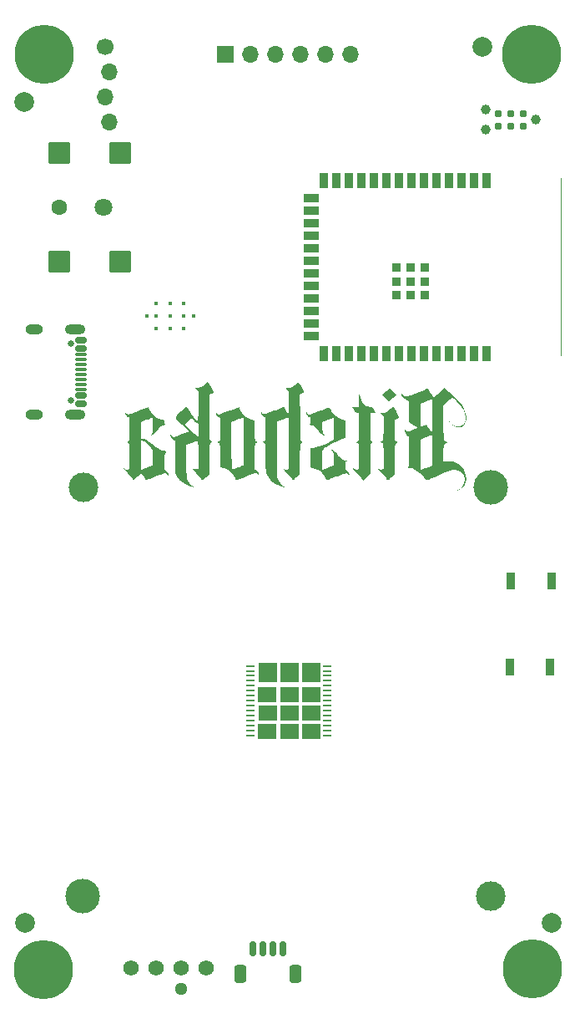
<source format=gbr>
%TF.GenerationSoftware,KiCad,Pcbnew,8.0.7*%
%TF.CreationDate,2025-01-16T15:43:03+03:00*%
%TF.ProjectId,bitshoka,62697473-686f-46b6-912e-6b696361645f,rev?*%
%TF.SameCoordinates,Original*%
%TF.FileFunction,Soldermask,Bot*%
%TF.FilePolarity,Negative*%
%FSLAX46Y46*%
G04 Gerber Fmt 4.6, Leading zero omitted, Abs format (unit mm)*
G04 Created by KiCad (PCBNEW 8.0.7) date 2025-01-16 15:43:03*
%MOMM*%
%LPD*%
G01*
G04 APERTURE LIST*
G04 Aperture macros list*
%AMRoundRect*
0 Rectangle with rounded corners*
0 $1 Rounding radius*
0 $2 $3 $4 $5 $6 $7 $8 $9 X,Y pos of 4 corners*
0 Add a 4 corners polygon primitive as box body*
4,1,4,$2,$3,$4,$5,$6,$7,$8,$9,$2,$3,0*
0 Add four circle primitives for the rounded corners*
1,1,$1+$1,$2,$3*
1,1,$1+$1,$4,$5*
1,1,$1+$1,$6,$7*
1,1,$1+$1,$8,$9*
0 Add four rect primitives between the rounded corners*
20,1,$1+$1,$2,$3,$4,$5,0*
20,1,$1+$1,$4,$5,$6,$7,0*
20,1,$1+$1,$6,$7,$8,$9,0*
20,1,$1+$1,$8,$9,$2,$3,0*%
G04 Aperture macros list end*
%ADD10C,0.000000*%
%ADD11C,0.120000*%
%ADD12C,3.000000*%
%ADD13C,0.800000*%
%ADD14C,6.000000*%
%ADD15R,1.700000X1.700000*%
%ADD16O,1.700000X1.700000*%
%ADD17C,3.500000*%
%ADD18C,0.400000*%
%ADD19C,1.295400*%
%ADD20C,1.574800*%
%ADD21C,1.700000*%
%ADD22C,2.000000*%
%ADD23C,0.650000*%
%ADD24RoundRect,0.150000X0.425000X-0.150000X0.425000X0.150000X-0.425000X0.150000X-0.425000X-0.150000X0*%
%ADD25RoundRect,0.075000X0.500000X-0.075000X0.500000X0.075000X-0.500000X0.075000X-0.500000X-0.075000X0*%
%ADD26O,1.800000X1.000000*%
%ADD27O,2.100000X1.000000*%
%ADD28R,0.900000X1.500000*%
%ADD29R,1.500000X0.900000*%
%ADD30R,0.900000X0.900000*%
%ADD31C,0.990600*%
%ADD32C,0.787400*%
%ADD33RoundRect,0.055250X0.340750X0.055250X-0.340750X0.055250X-0.340750X-0.055250X0.340750X-0.055250X0*%
%ADD34C,1.600000*%
%ADD35C,1.800000*%
%ADD36RoundRect,0.102000X1.000000X-1.000000X1.000000X1.000000X-1.000000X1.000000X-1.000000X-1.000000X0*%
%ADD37R,0.900000X1.800000*%
%ADD38RoundRect,0.150000X-0.150000X-0.625000X0.150000X-0.625000X0.150000X0.625000X-0.150000X0.625000X0*%
%ADD39RoundRect,0.250000X-0.350000X-0.650000X0.350000X-0.650000X0.350000X0.650000X-0.350000X0.650000X0*%
G04 APERTURE END LIST*
D10*
%TO.C,G\u002A\u002A\u002A*%
G36*
X121859114Y-88107759D02*
G01*
X121843473Y-88123399D01*
X121827833Y-88107759D01*
X121843473Y-88092118D01*
X121859114Y-88107759D01*
G37*
G36*
X116157828Y-85222108D02*
G01*
X116493743Y-85558022D01*
X116150534Y-85902299D01*
X115807325Y-86246575D01*
X115470355Y-85910649D01*
X115133384Y-85574723D01*
X115477649Y-85230458D01*
X115821913Y-84886193D01*
X116157828Y-85222108D01*
G37*
G36*
X116493589Y-87277487D02*
G01*
X116518227Y-87315204D01*
X116633855Y-87493653D01*
X116716622Y-87629059D01*
X116767441Y-87729471D01*
X116787226Y-87802935D01*
X116776891Y-87857499D01*
X116737350Y-87901210D01*
X116669515Y-87942116D01*
X116574303Y-87988265D01*
X116388116Y-88076478D01*
X116386546Y-89082883D01*
X116384976Y-90089289D01*
X116464551Y-90183859D01*
X116476737Y-90197778D01*
X116545541Y-90261774D01*
X116605315Y-90297850D01*
X116657092Y-90325023D01*
X116653787Y-90360176D01*
X116588229Y-90401238D01*
X116580484Y-90405102D01*
X116510169Y-90460906D01*
X116447582Y-90539202D01*
X116443008Y-90546849D01*
X116429174Y-90573666D01*
X116417712Y-90606248D01*
X116408381Y-90650275D01*
X116400940Y-90711426D01*
X116395147Y-90795381D01*
X116390763Y-90907820D01*
X116387546Y-91054423D01*
X116385256Y-91240868D01*
X116383650Y-91472837D01*
X116382489Y-91756007D01*
X116381530Y-92096059D01*
X116377851Y-93550616D01*
X116023025Y-93886884D01*
X115950416Y-93955368D01*
X115836360Y-94061504D01*
X115743155Y-94146411D01*
X115678912Y-94202743D01*
X115651745Y-94223153D01*
X115636755Y-94207514D01*
X115600459Y-94149250D01*
X115553974Y-94062683D01*
X115549430Y-94054047D01*
X115483779Y-93955807D01*
X115375520Y-93822106D01*
X115228858Y-93657886D01*
X115047998Y-93468091D01*
X115031749Y-93451456D01*
X114903402Y-93318325D01*
X114793571Y-93201386D01*
X114708654Y-93107682D01*
X114655050Y-93044255D01*
X114639160Y-93018148D01*
X114641725Y-93016720D01*
X114679665Y-93028926D01*
X114740495Y-93069591D01*
X114764635Y-93086430D01*
X114886781Y-93130401D01*
X115021724Y-93129211D01*
X115143975Y-93082072D01*
X115227586Y-93027288D01*
X115227586Y-91839123D01*
X115227585Y-91797507D01*
X115227307Y-91480980D01*
X115225981Y-91220278D01*
X115222801Y-91009381D01*
X115216960Y-90842266D01*
X115207651Y-90712914D01*
X115194069Y-90615303D01*
X115175406Y-90543412D01*
X115150855Y-90491221D01*
X115119611Y-90452709D01*
X115080867Y-90421855D01*
X115033815Y-90392637D01*
X115030476Y-90390662D01*
X114971245Y-90352009D01*
X114961428Y-90329663D01*
X114995220Y-90311410D01*
X115000165Y-90309376D01*
X115064398Y-90267801D01*
X115133744Y-90204506D01*
X115211946Y-90120396D01*
X115220846Y-88932823D01*
X115229746Y-87745250D01*
X115087902Y-87603407D01*
X115020020Y-87532948D01*
X114966547Y-87471894D01*
X114946059Y-87440573D01*
X114959110Y-87432410D01*
X115018962Y-87423175D01*
X115110941Y-87419582D01*
X115296850Y-87391812D01*
X115501715Y-87308835D01*
X115716327Y-87173937D01*
X115934365Y-86990412D01*
X116163756Y-86772513D01*
X116493589Y-87277487D01*
G37*
G36*
X112816570Y-85667944D02*
G01*
X112866136Y-85804747D01*
X112973858Y-86057869D01*
X113090631Y-86270538D01*
X113224207Y-86457779D01*
X113353859Y-86599453D01*
X113501318Y-86707834D01*
X113669377Y-86773404D01*
X113876055Y-86805782D01*
X114113853Y-86825247D01*
X114276279Y-87106774D01*
X114438704Y-87388301D01*
X114160609Y-87397295D01*
X113882513Y-87406289D01*
X113882513Y-88736102D01*
X113882577Y-89025503D01*
X113883209Y-89316908D01*
X113885092Y-89556254D01*
X113888914Y-89749248D01*
X113895358Y-89901596D01*
X113905111Y-90019004D01*
X113918858Y-90107178D01*
X113937284Y-90171826D01*
X113961076Y-90218652D01*
X113990917Y-90253364D01*
X114027495Y-90281668D01*
X114071495Y-90309270D01*
X114163597Y-90365281D01*
X114084547Y-90407587D01*
X114079455Y-90410444D01*
X114007726Y-90469671D01*
X113944005Y-90549390D01*
X113940100Y-90555821D01*
X113926353Y-90582048D01*
X113914985Y-90614076D01*
X113905769Y-90657582D01*
X113898480Y-90718242D01*
X113892893Y-90801731D01*
X113888783Y-90913725D01*
X113885926Y-91059901D01*
X113884095Y-91245934D01*
X113883066Y-91477501D01*
X113882613Y-91760277D01*
X113882513Y-92099939D01*
X113882513Y-93550991D01*
X113504112Y-93905451D01*
X113125711Y-94259910D01*
X113051238Y-94099169D01*
X113040907Y-94078426D01*
X112978454Y-93981083D01*
X112878797Y-93855956D01*
X112738412Y-93698843D01*
X112553777Y-93505539D01*
X112451821Y-93400454D01*
X112305554Y-93245691D01*
X112204715Y-93132503D01*
X112148927Y-93060371D01*
X112137812Y-93028775D01*
X112170992Y-93037198D01*
X112248091Y-93085119D01*
X112292799Y-93111404D01*
X112424891Y-93150097D01*
X112555131Y-93139277D01*
X112664990Y-93079207D01*
X112667013Y-93077351D01*
X112682089Y-93060309D01*
X112694310Y-93036011D01*
X112703973Y-92998312D01*
X112711378Y-92941067D01*
X112716823Y-92858130D01*
X112720608Y-92743357D01*
X112723032Y-92590603D01*
X112724393Y-92393722D01*
X112724991Y-92146570D01*
X112725123Y-91843001D01*
X112724727Y-91631972D01*
X112722825Y-91352048D01*
X112719472Y-91106447D01*
X112714808Y-90900815D01*
X112708970Y-90740800D01*
X112702096Y-90632048D01*
X112694324Y-90580206D01*
X112688240Y-90566902D01*
X112632805Y-90496387D01*
X112553538Y-90434304D01*
X112443553Y-90369411D01*
X112544781Y-90301193D01*
X112581934Y-90275819D01*
X112617687Y-90247403D01*
X112646888Y-90214103D01*
X112670200Y-90170154D01*
X112688292Y-90109786D01*
X112701828Y-90027231D01*
X112711474Y-89916723D01*
X112717896Y-89772493D01*
X112721760Y-89588772D01*
X112723732Y-89359794D01*
X112724477Y-89079791D01*
X112724662Y-88742993D01*
X112725123Y-87407538D01*
X112593126Y-87397919D01*
X112560542Y-87394973D01*
X112507735Y-87383758D01*
X112459235Y-87357993D01*
X112404304Y-87309015D01*
X112332204Y-87228163D01*
X112232196Y-87106774D01*
X112003263Y-86825247D01*
X112364193Y-86816434D01*
X112725123Y-86807621D01*
X112727478Y-86112616D01*
X112729833Y-85417611D01*
X112816570Y-85667944D01*
G37*
G36*
X102359820Y-90317351D02*
G01*
X102444266Y-90368568D01*
X102349381Y-90417635D01*
X102335102Y-90425103D01*
X102290598Y-90451211D01*
X102253968Y-90481737D01*
X102224444Y-90522495D01*
X102201262Y-90579300D01*
X102183656Y-90657966D01*
X102170859Y-90764306D01*
X102162106Y-90904136D01*
X102156631Y-91083270D01*
X102153668Y-91307522D01*
X102152452Y-91582707D01*
X102152217Y-91914638D01*
X102152217Y-93147038D01*
X102259557Y-93185853D01*
X102309110Y-93208503D01*
X102428650Y-93300528D01*
X102528278Y-93427289D01*
X102590888Y-93569003D01*
X102592258Y-93574143D01*
X102610172Y-93663637D01*
X102608261Y-93710234D01*
X102589210Y-93707752D01*
X102555704Y-93650008D01*
X102550505Y-93639962D01*
X102491278Y-93572281D01*
X102408394Y-93516824D01*
X102379474Y-93503418D01*
X102345453Y-93491104D01*
X102307912Y-93485319D01*
X102260772Y-93487874D01*
X102197951Y-93500583D01*
X102113369Y-93525257D01*
X102000946Y-93563710D01*
X101854601Y-93617753D01*
X101668254Y-93689199D01*
X101435824Y-93779860D01*
X101151232Y-93891549D01*
X101112521Y-93906741D01*
X100900388Y-93989617D01*
X100708046Y-94064140D01*
X100543174Y-94127383D01*
X100413449Y-94176414D01*
X100326548Y-94208305D01*
X100290151Y-94220126D01*
X100289157Y-94220128D01*
X100260658Y-94192339D01*
X100218268Y-94121761D01*
X100170777Y-94022913D01*
X100151745Y-93980853D01*
X100003921Y-93722671D01*
X99817791Y-93488216D01*
X99608159Y-93296604D01*
X99582007Y-93276971D01*
X99432841Y-93173437D01*
X99290932Y-93093970D01*
X99138884Y-93031195D01*
X98959302Y-92977734D01*
X98734791Y-92926210D01*
X98648769Y-92908168D01*
X98648769Y-91758335D01*
X98648771Y-91706568D01*
X98648693Y-91406077D01*
X98647806Y-91160897D01*
X98645207Y-90964751D01*
X98639990Y-90811359D01*
X98631253Y-90694443D01*
X98618091Y-90607724D01*
X98599600Y-90544923D01*
X98574877Y-90499762D01*
X98543017Y-90465962D01*
X98503117Y-90437243D01*
X98454273Y-90407328D01*
X98448784Y-90403984D01*
X98393228Y-90366787D01*
X98387010Y-90346484D01*
X98425269Y-90330134D01*
X98435148Y-90326305D01*
X98500924Y-90282373D01*
X98569193Y-90215140D01*
X98648769Y-90120570D01*
X98648451Y-89004681D01*
X98648257Y-88325715D01*
X99806158Y-88325715D01*
X99806158Y-90742661D01*
X99806172Y-90825816D01*
X99806591Y-91204906D01*
X99807562Y-91564283D01*
X99809038Y-91899186D01*
X99810972Y-92204854D01*
X99813319Y-92476526D01*
X99816031Y-92709442D01*
X99819064Y-92898839D01*
X99822370Y-93039958D01*
X99825904Y-93128038D01*
X99829618Y-93158317D01*
X99837280Y-93156520D01*
X99893178Y-93137587D01*
X99991896Y-93101488D01*
X100122300Y-93052525D01*
X100273256Y-92995001D01*
X100433627Y-92933219D01*
X100592280Y-92871483D01*
X100738079Y-92814095D01*
X100859890Y-92765359D01*
X100946578Y-92729576D01*
X100987008Y-92711051D01*
X100990717Y-92706017D01*
X100997785Y-92676905D01*
X101003917Y-92619819D01*
X101009167Y-92531303D01*
X101013591Y-92407895D01*
X101017246Y-92246139D01*
X101020185Y-92042575D01*
X101022466Y-91793744D01*
X101024143Y-91496189D01*
X101025272Y-91146448D01*
X101025909Y-90741065D01*
X101026109Y-90276581D01*
X101026025Y-89957882D01*
X101025567Y-89537084D01*
X101024661Y-89173045D01*
X101023249Y-88862306D01*
X101021277Y-88601408D01*
X101018686Y-88386890D01*
X101015421Y-88215294D01*
X101011426Y-88083158D01*
X101006643Y-87987024D01*
X101001017Y-87923432D01*
X100994491Y-87888922D01*
X100987008Y-87880035D01*
X100985565Y-87880544D01*
X100940277Y-87897308D01*
X100847087Y-87932251D01*
X100715688Y-87981723D01*
X100555773Y-88042077D01*
X100377032Y-88109662D01*
X99806158Y-88325715D01*
X98648257Y-88325715D01*
X98648132Y-87888793D01*
X98526089Y-87837554D01*
X98468717Y-87806759D01*
X98355574Y-87703822D01*
X98268740Y-87567116D01*
X98222276Y-87416146D01*
X98204945Y-87294458D01*
X98268779Y-87394125D01*
X98309625Y-87450212D01*
X98411217Y-87533444D01*
X98531146Y-87560345D01*
X98554605Y-87555752D01*
X98634296Y-87531460D01*
X98759945Y-87488657D01*
X98924084Y-87430029D01*
X99119246Y-87358257D01*
X99337963Y-87276026D01*
X99572768Y-87186019D01*
X99733039Y-87124415D01*
X99952652Y-87041409D01*
X100148726Y-86968953D01*
X100314327Y-86909520D01*
X100442518Y-86865586D01*
X100526368Y-86839624D01*
X100558940Y-86834110D01*
X100572918Y-86858779D01*
X100605230Y-86928909D01*
X100644964Y-87023673D01*
X100708610Y-87159584D01*
X100871515Y-87405853D01*
X101080467Y-87628330D01*
X101325235Y-87818382D01*
X101595586Y-87967378D01*
X101881287Y-88066684D01*
X102152217Y-88133569D01*
X102152217Y-89072672D01*
X102152335Y-89271313D01*
X102153108Y-89500726D01*
X102154985Y-89680504D01*
X102158400Y-89818187D01*
X102163790Y-89921309D01*
X102171589Y-89997410D01*
X102182233Y-90054026D01*
X102196156Y-90098695D01*
X102213795Y-90138954D01*
X102228947Y-90167384D01*
X102292764Y-90256477D01*
X102314910Y-90276581D01*
X102359820Y-90317351D01*
G37*
G36*
X106870320Y-84730453D02*
G01*
X106969368Y-84884541D01*
X107057111Y-85024926D01*
X107126465Y-85140053D01*
X107172035Y-85220963D01*
X107188424Y-85258694D01*
X107186943Y-85271800D01*
X107149915Y-85329408D01*
X107060202Y-85396955D01*
X106913925Y-85477535D01*
X106748908Y-85560232D01*
X106757521Y-87820738D01*
X106758918Y-88176004D01*
X106760615Y-88559928D01*
X106762402Y-88889269D01*
X106764402Y-89168429D01*
X106766739Y-89401809D01*
X106769535Y-89593810D01*
X106772914Y-89748835D01*
X106776999Y-89871284D01*
X106781913Y-89965558D01*
X106787780Y-90036060D01*
X106794722Y-90087191D01*
X106802864Y-90123352D01*
X106812327Y-90148945D01*
X106823236Y-90168371D01*
X106889347Y-90239621D01*
X106977312Y-90296273D01*
X107074287Y-90337048D01*
X106978155Y-90386759D01*
X106968450Y-90392167D01*
X106885667Y-90465946D01*
X106816258Y-90572324D01*
X106810964Y-90583389D01*
X106796327Y-90617231D01*
X106784264Y-90654771D01*
X106774526Y-90701895D01*
X106766864Y-90764488D01*
X106761030Y-90848438D01*
X106756775Y-90959631D01*
X106753851Y-91103953D01*
X106752009Y-91287291D01*
X106751001Y-91515531D01*
X106750579Y-91794560D01*
X106750493Y-92130264D01*
X106750493Y-93552352D01*
X106393146Y-93887752D01*
X106319334Y-93956725D01*
X106204889Y-94062344D01*
X106111543Y-94146818D01*
X106047401Y-94202853D01*
X106020567Y-94223153D01*
X106009956Y-94212862D01*
X105977679Y-94160453D01*
X105935336Y-94078555D01*
X105909614Y-94035136D01*
X105835729Y-93935515D01*
X105726926Y-93804954D01*
X105589560Y-93650968D01*
X105429988Y-93481072D01*
X105338515Y-93385389D01*
X105191323Y-93228087D01*
X105089003Y-93113211D01*
X105031231Y-93040327D01*
X105017680Y-93008998D01*
X105048024Y-93018790D01*
X105121938Y-93069265D01*
X105136164Y-93079260D01*
X105265127Y-93132397D01*
X105399981Y-93131575D01*
X105522523Y-93076467D01*
X105608744Y-93012096D01*
X105616745Y-90426984D01*
X105617411Y-90202072D01*
X105618409Y-89815832D01*
X105619171Y-89450702D01*
X105619696Y-89111288D01*
X105619984Y-88802195D01*
X105620036Y-88528028D01*
X105619851Y-88293395D01*
X105619430Y-88102900D01*
X105618771Y-87961149D01*
X105617877Y-87872748D01*
X105616745Y-87842302D01*
X105614569Y-87842943D01*
X105571909Y-87858528D01*
X105481743Y-87892440D01*
X105352892Y-87941333D01*
X105194174Y-88001865D01*
X105014409Y-88070691D01*
X104420074Y-88298651D01*
X104420074Y-91065397D01*
X104420076Y-91159169D01*
X104420162Y-91629409D01*
X104420437Y-92041948D01*
X104420980Y-92400886D01*
X104421871Y-92710323D01*
X104423188Y-92974361D01*
X104425011Y-93197098D01*
X104427419Y-93382637D01*
X104430493Y-93535076D01*
X104434311Y-93658518D01*
X104438953Y-93757061D01*
X104444498Y-93834807D01*
X104451026Y-93895857D01*
X104458616Y-93944310D01*
X104467347Y-93984266D01*
X104477299Y-94019828D01*
X104479568Y-94027218D01*
X104586345Y-94298488D01*
X104724714Y-94529442D01*
X104889861Y-94713463D01*
X105076971Y-94843935D01*
X105089154Y-94850289D01*
X105151152Y-94886826D01*
X105161601Y-94904656D01*
X105118458Y-94903800D01*
X105019678Y-94884277D01*
X104863217Y-94846111D01*
X104807718Y-94831063D01*
X104531001Y-94733044D01*
X104259728Y-94602528D01*
X104022318Y-94452806D01*
X103933958Y-94383765D01*
X103720882Y-94179631D01*
X103538739Y-93950017D01*
X103397432Y-93708543D01*
X103306865Y-93468827D01*
X103301429Y-93439775D01*
X103291398Y-93336186D01*
X103282275Y-93172158D01*
X103274105Y-92949096D01*
X103266938Y-92668403D01*
X103260818Y-92331482D01*
X103255793Y-91939738D01*
X103240961Y-90547826D01*
X103121593Y-90434274D01*
X103002224Y-90320722D01*
X103080382Y-90278893D01*
X103103994Y-90265825D01*
X103141700Y-90240281D01*
X103172126Y-90207823D01*
X103196053Y-90162267D01*
X103214260Y-90097431D01*
X103227526Y-90007132D01*
X103236632Y-89885187D01*
X103242357Y-89725413D01*
X103245481Y-89521626D01*
X103246784Y-89267644D01*
X103247045Y-88957285D01*
X103247045Y-87848654D01*
X103173925Y-87830303D01*
X103119891Y-87810582D01*
X103004959Y-87730087D01*
X102906112Y-87613135D01*
X102836661Y-87477606D01*
X102809917Y-87341380D01*
X102809881Y-87322984D01*
X102813964Y-87289316D01*
X102831552Y-87302332D01*
X102871806Y-87365620D01*
X102909001Y-87416199D01*
X103021166Y-87499638D01*
X103158711Y-87529064D01*
X103173034Y-87525830D01*
X103239861Y-87504249D01*
X103351896Y-87465129D01*
X103500604Y-87411667D01*
X103677446Y-87347061D01*
X103873888Y-87274509D01*
X104081392Y-87197210D01*
X104291423Y-87118361D01*
X104495444Y-87041160D01*
X104684917Y-86968806D01*
X104851308Y-86904497D01*
X104986080Y-86851430D01*
X105080695Y-86812803D01*
X105126619Y-86791815D01*
X105135681Y-86797712D01*
X105169171Y-86845692D01*
X105219060Y-86931646D01*
X105278341Y-87043934D01*
X105302706Y-87090684D01*
X105378347Y-87223751D01*
X105454108Y-87342539D01*
X105516739Y-87425821D01*
X105621780Y-87544705D01*
X105623082Y-86369738D01*
X105624385Y-85194770D01*
X105533632Y-85127674D01*
X105451929Y-85054981D01*
X105377887Y-84969304D01*
X105312894Y-84878031D01*
X105445179Y-84892612D01*
X105546658Y-84893252D01*
X105736010Y-84847910D01*
X105945877Y-84744390D01*
X106175613Y-84583041D01*
X106424569Y-84364213D01*
X106552217Y-84241951D01*
X106870320Y-84730453D01*
G37*
G36*
X109763539Y-86855282D02*
G01*
X109775467Y-86867171D01*
X109794276Y-86919485D01*
X109901787Y-87152708D01*
X110045770Y-87367745D01*
X110237938Y-87582717D01*
X110271095Y-87615559D01*
X110468115Y-87789006D01*
X110662839Y-87917001D01*
X110874076Y-88010116D01*
X111120630Y-88078923D01*
X111348769Y-88129679D01*
X111348769Y-89049322D01*
X111348769Y-89968966D01*
X111256100Y-89968966D01*
X111200905Y-89975114D01*
X111096192Y-89999509D01*
X110982393Y-90036130D01*
X110942439Y-90051856D01*
X110822839Y-90104292D01*
X110668686Y-90176788D01*
X110489068Y-90264612D01*
X110293070Y-90363031D01*
X110089779Y-90467314D01*
X109888279Y-90572728D01*
X109697658Y-90674539D01*
X109527001Y-90768017D01*
X109385394Y-90848428D01*
X109281924Y-90911040D01*
X109225676Y-90951120D01*
X109178658Y-90995519D01*
X109128365Y-91049931D01*
X109088778Y-91107751D01*
X109058611Y-91176372D01*
X109036577Y-91263189D01*
X109021391Y-91375596D01*
X109011765Y-91520987D01*
X109006416Y-91706755D01*
X109004055Y-91940296D01*
X109003397Y-92229003D01*
X109003435Y-92309926D01*
X109004640Y-92537559D01*
X109007318Y-92741022D01*
X109011261Y-92912636D01*
X109016260Y-93044723D01*
X109022108Y-93129606D01*
X109028597Y-93159606D01*
X109062757Y-93150843D01*
X109139645Y-93124123D01*
X109239743Y-93085711D01*
X109341415Y-93045560D01*
X109483366Y-92990049D01*
X109646166Y-92926758D01*
X109810964Y-92863036D01*
X110196928Y-92714258D01*
X110186333Y-92100171D01*
X110183802Y-91975264D01*
X110175936Y-91753039D01*
X110162814Y-91581084D01*
X110142198Y-91451073D01*
X110111852Y-91354682D01*
X110069535Y-91283583D01*
X110013012Y-91229452D01*
X109940042Y-91183962D01*
X109916953Y-91170884D01*
X109878263Y-91139044D01*
X109893294Y-91125413D01*
X109957025Y-91131075D01*
X110064435Y-91157113D01*
X110106370Y-91171951D01*
X110179720Y-91212542D01*
X110261709Y-91278131D01*
X110359226Y-91375225D01*
X110479159Y-91510333D01*
X110628397Y-91689962D01*
X110700382Y-91776825D01*
X110837233Y-91929228D01*
X110957196Y-92039652D01*
X111070983Y-92115923D01*
X111189305Y-92165865D01*
X111322874Y-92197305D01*
X111521496Y-92231327D01*
X111435132Y-92317691D01*
X111402687Y-92351763D01*
X111376838Y-92389615D01*
X111360936Y-92438398D01*
X111352567Y-92511019D01*
X111349316Y-92620385D01*
X111348769Y-92779405D01*
X111348769Y-93154754D01*
X111457228Y-93190549D01*
X111519239Y-93216920D01*
X111644671Y-93317091D01*
X111738906Y-93466623D01*
X111798013Y-93660099D01*
X111818630Y-93769582D01*
X111757418Y-93669915D01*
X111745905Y-93651820D01*
X111660319Y-93557182D01*
X111554861Y-93513355D01*
X111414168Y-93513330D01*
X111360120Y-93527007D01*
X111258418Y-93559392D01*
X111118003Y-93607184D01*
X110947758Y-93667093D01*
X110756566Y-93735825D01*
X110553310Y-93810089D01*
X110346874Y-93886592D01*
X110146140Y-93962043D01*
X109959992Y-94033150D01*
X109797313Y-94096620D01*
X109666985Y-94149162D01*
X109577892Y-94187484D01*
X109538917Y-94208293D01*
X109538553Y-94208654D01*
X109502900Y-94222731D01*
X109462224Y-94192976D01*
X109412061Y-94114070D01*
X109347948Y-93980693D01*
X109347206Y-93979034D01*
X109282867Y-93848769D01*
X109210683Y-93735656D01*
X109117008Y-93620923D01*
X108988195Y-93485796D01*
X108870193Y-93374579D01*
X108613104Y-93181638D01*
X108343833Y-93046305D01*
X108056466Y-92965277D01*
X107845320Y-92926373D01*
X107845320Y-91951806D01*
X107845320Y-90977239D01*
X108056466Y-90954786D01*
X108341123Y-90909002D01*
X108668648Y-90821813D01*
X109022383Y-90693565D01*
X109407469Y-90522375D01*
X109829044Y-90306364D01*
X109863958Y-90287659D01*
X109951319Y-90241338D01*
X110021715Y-90200251D01*
X110076915Y-90157620D01*
X110118691Y-90106665D01*
X110148813Y-90040608D01*
X110169053Y-89952669D01*
X110181180Y-89836068D01*
X110186965Y-89684028D01*
X110188180Y-89489767D01*
X110186594Y-89246508D01*
X110183979Y-88947471D01*
X110175739Y-87879459D01*
X109597045Y-88105471D01*
X109018350Y-88331483D01*
X109021385Y-88813956D01*
X109022435Y-88915622D01*
X109028984Y-89125577D01*
X109042978Y-89286012D01*
X109066672Y-89406096D01*
X109102319Y-89494996D01*
X109152171Y-89561879D01*
X109218481Y-89615913D01*
X109324769Y-89687439D01*
X109240695Y-89687439D01*
X109169530Y-89679796D01*
X109063043Y-89638642D01*
X108947764Y-89557336D01*
X108816932Y-89430798D01*
X108663786Y-89253946D01*
X108556390Y-89126204D01*
X108446791Y-89002292D01*
X108350255Y-88899307D01*
X108279608Y-88831355D01*
X108267731Y-88821409D01*
X108107811Y-88718321D01*
X107929631Y-88649160D01*
X107758238Y-88623892D01*
X107651020Y-88623892D01*
X107748170Y-88533140D01*
X107752758Y-88528848D01*
X107797097Y-88483978D01*
X107824392Y-88440398D01*
X107838773Y-88382144D01*
X107844372Y-88293256D01*
X107845320Y-88157770D01*
X107844708Y-88046312D01*
X107840821Y-87952824D01*
X107831084Y-87900682D01*
X107812944Y-87878065D01*
X107783847Y-87873153D01*
X107742580Y-87866178D01*
X107651768Y-87814534D01*
X107561431Y-87725274D01*
X107483180Y-87613575D01*
X107428624Y-87494616D01*
X107409372Y-87383573D01*
X107411439Y-87335139D01*
X107419184Y-87320707D01*
X107438047Y-87360520D01*
X107443185Y-87372424D01*
X107521841Y-87475157D01*
X107636102Y-87538608D01*
X107767118Y-87551820D01*
X107788972Y-87547434D01*
X107873596Y-87522679D01*
X108004317Y-87479214D01*
X108172973Y-87419937D01*
X108371399Y-87347748D01*
X108591432Y-87265544D01*
X108824910Y-87176224D01*
X108895711Y-87148847D01*
X109143818Y-87053502D01*
X109341002Y-86979064D01*
X109492989Y-86923669D01*
X109605509Y-86885456D01*
X109684288Y-86862562D01*
X109735056Y-86853125D01*
X109763539Y-86855282D01*
G37*
G36*
X97565609Y-88861412D02*
G01*
X97567629Y-89144816D01*
X97569974Y-89381994D01*
X97572765Y-89577339D01*
X97576126Y-89735243D01*
X97580177Y-89860101D01*
X97585042Y-89956306D01*
X97590842Y-90028251D01*
X97597700Y-90080329D01*
X97605738Y-90116935D01*
X97615078Y-90142460D01*
X97625843Y-90161300D01*
X97692373Y-90232180D01*
X97778996Y-90291077D01*
X97875887Y-90338003D01*
X97777770Y-90388741D01*
X97744582Y-90405772D01*
X97703500Y-90428787D01*
X97669376Y-90455029D01*
X97641497Y-90489892D01*
X97619150Y-90538768D01*
X97601622Y-90607052D01*
X97588199Y-90700138D01*
X97578168Y-90823417D01*
X97570817Y-90982285D01*
X97565432Y-91182134D01*
X97561300Y-91428358D01*
X97557707Y-91726350D01*
X97553941Y-92081504D01*
X97538301Y-93555646D01*
X97189961Y-93889400D01*
X97121863Y-93954345D01*
X97008733Y-94060791D01*
X96916160Y-94146033D01*
X96852273Y-94202633D01*
X96825202Y-94223153D01*
X96813492Y-94211904D01*
X96780212Y-94158251D01*
X96737200Y-94075281D01*
X96721674Y-94047347D01*
X96653463Y-93950968D01*
X96547975Y-93822140D01*
X96411308Y-93668102D01*
X96249557Y-93496097D01*
X96240760Y-93486971D01*
X96112076Y-93351864D01*
X96000284Y-93231599D01*
X95912108Y-93133635D01*
X95854271Y-93065433D01*
X95833498Y-93034453D01*
X95835771Y-93029466D01*
X95870948Y-93033816D01*
X95935160Y-93066107D01*
X95958571Y-93079331D01*
X96094314Y-93122491D01*
X96229872Y-93117169D01*
X96345412Y-93063493D01*
X96427833Y-92998661D01*
X96427833Y-91589950D01*
X96427579Y-91283378D01*
X96426597Y-90988763D01*
X96424757Y-90748362D01*
X96421936Y-90557727D01*
X96418007Y-90412412D01*
X96412847Y-90307973D01*
X96406331Y-90239962D01*
X96398334Y-90203934D01*
X96388732Y-90195442D01*
X96387191Y-90196006D01*
X96341611Y-90213034D01*
X96248146Y-90248150D01*
X96116480Y-90297709D01*
X95956298Y-90358065D01*
X95777284Y-90425575D01*
X95204938Y-90641503D01*
X95216844Y-92236823D01*
X95216883Y-92242113D01*
X95219730Y-92614459D01*
X95222651Y-92930188D01*
X95226231Y-93195165D01*
X95231056Y-93415255D01*
X95237711Y-93596322D01*
X95246781Y-93744233D01*
X95258851Y-93864852D01*
X95274506Y-93964044D01*
X95294330Y-94047675D01*
X95318910Y-94121609D01*
X95348830Y-94191711D01*
X95384675Y-94263848D01*
X95427030Y-94343883D01*
X95499060Y-94465936D01*
X95659960Y-94663722D01*
X95852627Y-94811604D01*
X96083744Y-94915397D01*
X96111033Y-94925127D01*
X96126824Y-94935558D01*
X96096774Y-94934680D01*
X96031044Y-94924401D01*
X95939794Y-94906626D01*
X95833185Y-94883260D01*
X95721378Y-94856210D01*
X95614532Y-94827382D01*
X95460009Y-94778447D01*
X95141260Y-94642045D01*
X94858177Y-94464766D01*
X94597251Y-94238793D01*
X94518236Y-94156772D01*
X94409933Y-94033645D01*
X94319757Y-93918998D01*
X94261634Y-93829801D01*
X94241281Y-93790966D01*
X94205639Y-93718970D01*
X94175741Y-93648561D01*
X94151083Y-93573908D01*
X94131160Y-93489177D01*
X94115469Y-93388539D01*
X94103505Y-93266162D01*
X94094765Y-93116213D01*
X94088744Y-92932861D01*
X94084938Y-92710274D01*
X94082844Y-92442621D01*
X94081957Y-92124070D01*
X94081774Y-91748790D01*
X94081774Y-90194713D01*
X94000314Y-90174268D01*
X93933603Y-90151040D01*
X93845402Y-90105696D01*
X93804346Y-90068116D01*
X93738162Y-89976520D01*
X93676268Y-89862427D01*
X93630496Y-89748608D01*
X93612679Y-89657836D01*
X93612828Y-89636121D01*
X93617353Y-89603369D01*
X93635270Y-89617330D01*
X93675925Y-89681501D01*
X93702978Y-89719221D01*
X93799253Y-89802284D01*
X93913026Y-89851024D01*
X94022104Y-89854359D01*
X94049909Y-89845743D01*
X94133688Y-89815873D01*
X94260447Y-89768585D01*
X94421171Y-89707295D01*
X94606848Y-89635418D01*
X94808461Y-89556371D01*
X95519508Y-89275868D01*
X94862747Y-88629252D01*
X94791990Y-88559588D01*
X95151005Y-88559588D01*
X95178963Y-88657165D01*
X95254831Y-88764498D01*
X95377141Y-88889779D01*
X95435658Y-88945046D01*
X95560072Y-89062557D01*
X95707835Y-89202126D01*
X95865197Y-89350765D01*
X96018409Y-89495488D01*
X96427833Y-89882232D01*
X96427833Y-89209945D01*
X96427833Y-88537658D01*
X96263609Y-88410454D01*
X96165622Y-88329660D01*
X96042069Y-88219199D01*
X95930514Y-88111614D01*
X95761643Y-87939977D01*
X95513595Y-88128800D01*
X95369278Y-88243497D01*
X95244694Y-88360944D01*
X95172426Y-88463578D01*
X95151005Y-88559588D01*
X94791990Y-88559588D01*
X94205987Y-87982636D01*
X94206442Y-87824924D01*
X94208605Y-87753071D01*
X94223753Y-87680878D01*
X94263606Y-87618385D01*
X94339840Y-87540714D01*
X94345116Y-87535711D01*
X94432413Y-87455902D01*
X94544176Y-87357695D01*
X94671444Y-87248518D01*
X94805253Y-87135800D01*
X94936643Y-87026968D01*
X95056651Y-86929452D01*
X95156314Y-86850678D01*
X95226672Y-86798075D01*
X95258761Y-86779072D01*
X95274472Y-86792052D01*
X95317775Y-86849015D01*
X95378575Y-86940861D01*
X95448997Y-87056122D01*
X95491796Y-87126812D01*
X95594026Y-87285236D01*
X95710123Y-87454360D01*
X95833999Y-87626351D01*
X95959569Y-87793376D01*
X96080745Y-87947599D01*
X96191440Y-88081187D01*
X96285568Y-88186307D01*
X96357041Y-88255123D01*
X96399773Y-88279803D01*
X96405197Y-88254297D01*
X96410652Y-88171074D01*
X96415519Y-88034945D01*
X96419707Y-87850957D01*
X96423125Y-87624153D01*
X96425679Y-87359577D01*
X96427279Y-87062274D01*
X96427833Y-86737287D01*
X96427833Y-85194770D01*
X96337080Y-85127674D01*
X96255707Y-85055627D01*
X96184115Y-84973208D01*
X96121902Y-84885838D01*
X96298986Y-84885838D01*
X96445274Y-84869724D01*
X96656394Y-84795569D01*
X96881058Y-84660995D01*
X97119713Y-84465776D01*
X97358022Y-84247032D01*
X97692913Y-84749628D01*
X98027804Y-85252225D01*
X97961683Y-85322607D01*
X97919018Y-85359427D01*
X97828626Y-85420796D01*
X97723775Y-85479905D01*
X97551989Y-85566821D01*
X97560785Y-87822635D01*
X97562052Y-88138348D01*
X97563790Y-88527387D01*
X97563846Y-88537658D01*
X97565609Y-88861412D01*
G37*
G36*
X92875233Y-91236781D02*
G01*
X93013194Y-91251905D01*
X93078377Y-91256057D01*
X93166251Y-91271047D01*
X93202011Y-91282746D01*
X93213362Y-91301974D01*
X93190652Y-91340868D01*
X93130402Y-91413215D01*
X93090767Y-91462844D01*
X93046432Y-91533612D01*
X93012801Y-91614924D01*
X92988458Y-91715444D01*
X92971989Y-91843833D01*
X92961977Y-92008756D01*
X92957007Y-92218876D01*
X92955665Y-92482855D01*
X92955665Y-93154754D01*
X93063584Y-93190371D01*
X93116989Y-93213829D01*
X93232840Y-93301820D01*
X93330347Y-93423043D01*
X93391715Y-93557581D01*
X93417421Y-93663854D01*
X93421950Y-93722037D01*
X93403977Y-93724556D01*
X93363872Y-93669915D01*
X93351420Y-93650263D01*
X93266327Y-93556400D01*
X93161301Y-93513361D01*
X93021065Y-93514209D01*
X93009081Y-93516266D01*
X92929792Y-93537771D01*
X92803439Y-93578656D01*
X92638733Y-93635841D01*
X92444385Y-93706250D01*
X92229104Y-93786805D01*
X92001601Y-93874428D01*
X91923968Y-93904714D01*
X91708084Y-93988463D01*
X91512885Y-94063512D01*
X91345877Y-94127019D01*
X91214567Y-94176144D01*
X91126460Y-94208043D01*
X91089064Y-94219876D01*
X91080815Y-94218082D01*
X91047155Y-94179483D01*
X91015211Y-94105850D01*
X90952237Y-93952266D01*
X90844247Y-93765029D01*
X90715907Y-93598134D01*
X90610448Y-93481404D01*
X90244142Y-93852279D01*
X90153239Y-93943732D01*
X90041111Y-94054764D01*
X89949881Y-94143015D01*
X89887153Y-94201159D01*
X89860531Y-94221871D01*
X89846101Y-94206173D01*
X89811449Y-94147213D01*
X89767652Y-94059710D01*
X89766891Y-94058100D01*
X89707548Y-93960463D01*
X89606604Y-93830883D01*
X89461854Y-93666719D01*
X89271092Y-93465331D01*
X89185938Y-93377051D01*
X89043033Y-93225035D01*
X88942916Y-93112331D01*
X88886123Y-93039669D01*
X88873191Y-93007783D01*
X88904655Y-93017405D01*
X88981051Y-93069265D01*
X89107100Y-93128369D01*
X89243547Y-93134791D01*
X89369958Y-93086939D01*
X89452217Y-93033041D01*
X89452217Y-91840964D01*
X89452216Y-91800898D01*
X89452032Y-91502530D01*
X89451327Y-91259598D01*
X89449797Y-91065744D01*
X89447136Y-90914611D01*
X89443042Y-90799840D01*
X89437210Y-90715075D01*
X89429337Y-90653956D01*
X89419117Y-90610126D01*
X89406247Y-90577228D01*
X89390424Y-90548903D01*
X89385933Y-90541873D01*
X89318633Y-90463835D01*
X89244299Y-90410496D01*
X89159967Y-90372071D01*
X89255520Y-90313962D01*
X89255959Y-90313695D01*
X89305843Y-90283104D01*
X89346471Y-90253744D01*
X89378791Y-90219234D01*
X89378803Y-90219212D01*
X90609606Y-90219212D01*
X90609606Y-91689409D01*
X90610058Y-91976221D01*
X90611412Y-92253465D01*
X90613573Y-92504762D01*
X90616444Y-92724008D01*
X90619926Y-92905102D01*
X90623922Y-93041942D01*
X90628335Y-93128424D01*
X90633067Y-93158448D01*
X90648713Y-93154419D01*
X90713683Y-93132178D01*
X90814779Y-93094931D01*
X90938054Y-93047740D01*
X90973786Y-93033844D01*
X91149255Y-92965753D01*
X91339406Y-92892148D01*
X91508929Y-92826701D01*
X91798276Y-92715211D01*
X91798276Y-91971326D01*
X91798276Y-91227442D01*
X91672877Y-90976901D01*
X91573769Y-90807811D01*
X91422488Y-90616420D01*
X91249847Y-90454176D01*
X91065698Y-90328767D01*
X90879891Y-90247882D01*
X90702275Y-90219212D01*
X90609606Y-90219212D01*
X89378803Y-90219212D01*
X89403754Y-90173197D01*
X89422308Y-90109252D01*
X89435402Y-90021021D01*
X89443987Y-89902125D01*
X89449012Y-89746183D01*
X89451425Y-89546819D01*
X89452177Y-89297651D01*
X89452217Y-88992301D01*
X89452217Y-88984577D01*
X89452099Y-88692024D01*
X89451534Y-88455859D01*
X89450199Y-88270056D01*
X89447769Y-88128585D01*
X89443921Y-88025418D01*
X89438330Y-87954527D01*
X89430671Y-87909883D01*
X89420622Y-87885459D01*
X89407858Y-87875225D01*
X89392055Y-87873153D01*
X89349093Y-87865257D01*
X89259785Y-87812162D01*
X89170389Y-87721732D01*
X89092235Y-87608910D01*
X89036653Y-87488637D01*
X89014973Y-87375855D01*
X89014986Y-87357850D01*
X89020294Y-87328167D01*
X89040755Y-87343109D01*
X89085635Y-87406722D01*
X89103573Y-87431823D01*
X89200680Y-87521299D01*
X89318176Y-87555154D01*
X89464984Y-87536441D01*
X89476867Y-87532997D01*
X89554785Y-87506861D01*
X89679957Y-87461975D01*
X89843738Y-87401550D01*
X90037488Y-87328797D01*
X90252564Y-87246928D01*
X90480323Y-87159154D01*
X91359223Y-86818360D01*
X91489338Y-87087690D01*
X91539016Y-87185499D01*
X91623788Y-87325159D01*
X91725346Y-87455093D01*
X91860595Y-87598564D01*
X92033361Y-87756448D01*
X92239783Y-87900045D01*
X92463435Y-88003657D01*
X92723768Y-88078087D01*
X92948148Y-88128007D01*
X92963096Y-88283569D01*
X92966053Y-88310066D01*
X92997726Y-88432996D01*
X93062204Y-88526976D01*
X93146364Y-88614821D01*
X92990592Y-88633269D01*
X92946475Y-88639038D01*
X92856217Y-88656523D01*
X92773331Y-88684554D01*
X92691028Y-88728478D01*
X92602521Y-88793643D01*
X92501020Y-88885397D01*
X92379737Y-89009088D01*
X92231882Y-89170062D01*
X92050668Y-89373668D01*
X91912585Y-89517508D01*
X91787803Y-89616470D01*
X91672283Y-89670523D01*
X91556855Y-89685456D01*
X91513964Y-89683616D01*
X91495963Y-89675987D01*
X91532389Y-89657596D01*
X91614023Y-89605182D01*
X91704417Y-89496843D01*
X91766346Y-89358990D01*
X91770039Y-89343354D01*
X91781859Y-89257449D01*
X91793590Y-89123887D01*
X91804477Y-88953941D01*
X91813761Y-88758888D01*
X91820684Y-88550000D01*
X91825441Y-88361378D01*
X91829167Y-88184117D01*
X91830227Y-88055735D01*
X91828157Y-87968754D01*
X91822488Y-87915694D01*
X91812756Y-87889077D01*
X91798494Y-87881426D01*
X91779235Y-87885261D01*
X91733785Y-87901841D01*
X91639839Y-87937614D01*
X91508122Y-87988466D01*
X91348955Y-88050410D01*
X91172660Y-88119461D01*
X90625247Y-88334533D01*
X90616936Y-89176292D01*
X90608625Y-90018051D01*
X90788980Y-90025039D01*
X90893564Y-90035934D01*
X91025170Y-90070776D01*
X91166598Y-90133394D01*
X91326113Y-90228231D01*
X91511980Y-90359732D01*
X91732466Y-90532340D01*
X91870365Y-90642484D01*
X92130229Y-90839985D01*
X92355583Y-90995320D01*
X92551492Y-91111334D01*
X92723020Y-91190873D01*
X92844269Y-91227442D01*
X92875233Y-91236781D01*
G37*
G36*
X121311700Y-88375021D02*
G01*
X121311586Y-88724317D01*
X121311628Y-89052152D01*
X121312526Y-89327033D01*
X121314982Y-89553985D01*
X121319698Y-89738033D01*
X121327377Y-89884202D01*
X121338721Y-89997517D01*
X121354432Y-90083003D01*
X121375212Y-90145684D01*
X121401763Y-90190585D01*
X121434789Y-90222732D01*
X121474990Y-90247148D01*
X121523070Y-90268859D01*
X121579730Y-90292889D01*
X121639415Y-90320346D01*
X121706439Y-90355454D01*
X121732516Y-90375616D01*
X121720306Y-90387087D01*
X121664839Y-90418303D01*
X121579730Y-90458343D01*
X121553217Y-90470053D01*
X121482361Y-90504177D01*
X121426903Y-90540898D01*
X121384844Y-90587711D01*
X121354189Y-90652112D01*
X121332938Y-90741595D01*
X121324245Y-90818236D01*
X121319094Y-90863655D01*
X121310660Y-91025789D01*
X121305638Y-91235491D01*
X121302029Y-91500256D01*
X121292358Y-92299384D01*
X121739960Y-92300656D01*
X121877468Y-92301544D01*
X122026805Y-92305293D01*
X122141126Y-92313790D01*
X122236469Y-92329051D01*
X122328872Y-92353092D01*
X122434372Y-92387929D01*
X122607226Y-92453489D01*
X122802112Y-92548177D01*
X122967863Y-92659575D01*
X123123703Y-92799152D01*
X123237209Y-92928735D01*
X123393334Y-93175064D01*
X123510908Y-93455348D01*
X123585040Y-93756856D01*
X123610838Y-94066856D01*
X123609541Y-94129152D01*
X123569956Y-94406330D01*
X123477635Y-94656718D01*
X123335956Y-94874828D01*
X123148296Y-95055174D01*
X122918033Y-95192271D01*
X122877084Y-95209622D01*
X122784818Y-95240749D01*
X122719335Y-95252262D01*
X122705881Y-95248573D01*
X122725080Y-95230660D01*
X122790239Y-95203248D01*
X122818006Y-95192440D01*
X122968359Y-95105006D01*
X123116719Y-94977015D01*
X123246449Y-94824744D01*
X123340915Y-94664467D01*
X123394927Y-94515724D01*
X123441776Y-94273427D01*
X123447034Y-94026816D01*
X123408838Y-93799612D01*
X123401210Y-93774777D01*
X123308832Y-93586186D01*
X123169204Y-93431673D01*
X122988413Y-93313564D01*
X122772546Y-93234187D01*
X122527693Y-93195869D01*
X122259939Y-93200936D01*
X121975373Y-93251715D01*
X121949946Y-93258620D01*
X121820999Y-93300256D01*
X121658474Y-93360059D01*
X121480612Y-93431090D01*
X121305652Y-93506413D01*
X121271715Y-93521645D01*
X120931908Y-93673762D01*
X120624895Y-93810483D01*
X120354125Y-93930301D01*
X120123045Y-94031712D01*
X119935104Y-94113208D01*
X119793749Y-94173285D01*
X119702430Y-94210435D01*
X119664594Y-94223153D01*
X119653905Y-94217590D01*
X119604064Y-94176814D01*
X119523053Y-94102937D01*
X119419220Y-94003680D01*
X119300912Y-93886763D01*
X119202157Y-93789414D01*
X118901033Y-93516334D01*
X118618865Y-93298925D01*
X118352634Y-93135254D01*
X118099321Y-93023386D01*
X117855905Y-92961388D01*
X117643699Y-92927974D01*
X117706162Y-92843488D01*
X117717994Y-92825800D01*
X117763352Y-92730194D01*
X117794896Y-92623036D01*
X117797757Y-92600398D01*
X117803248Y-92511874D01*
X117808316Y-92371763D01*
X117812827Y-92187379D01*
X117816641Y-91966037D01*
X117819621Y-91715053D01*
X117820212Y-91634668D01*
X118950002Y-91634668D01*
X118950020Y-91695939D01*
X118950651Y-91997795D01*
X118952118Y-92278581D01*
X118954331Y-92532368D01*
X118957201Y-92753231D01*
X118960638Y-92935241D01*
X118964554Y-93072472D01*
X118968858Y-93158996D01*
X118973461Y-93188886D01*
X118975327Y-93188512D01*
X119018656Y-93173814D01*
X119109577Y-93140326D01*
X119238863Y-93091528D01*
X119397285Y-93030899D01*
X119575616Y-92961915D01*
X120154311Y-92736946D01*
X120162423Y-91180912D01*
X120162721Y-91120233D01*
X120163658Y-90818236D01*
X120163638Y-90537212D01*
X120162722Y-90283101D01*
X120160969Y-90061844D01*
X120158439Y-89879383D01*
X120155191Y-89741657D01*
X120151286Y-89654609D01*
X120146782Y-89624179D01*
X120144300Y-89624546D01*
X120099099Y-89639121D01*
X120006555Y-89672456D01*
X119875833Y-89721146D01*
X119716099Y-89781784D01*
X119536517Y-89850964D01*
X118950004Y-90078448D01*
X118950002Y-91634668D01*
X117820212Y-91634668D01*
X117821630Y-91441740D01*
X117822530Y-91153413D01*
X117823892Y-89819757D01*
X117737870Y-89765189D01*
X117713623Y-89749462D01*
X117539189Y-89606676D01*
X117422738Y-89445727D01*
X117361158Y-89260825D01*
X117351336Y-89046182D01*
X117357426Y-88952340D01*
X117400058Y-89071882D01*
X117430311Y-89141556D01*
X117512706Y-89243142D01*
X117631630Y-89300410D01*
X117646533Y-89301860D01*
X117723430Y-89289885D01*
X117845804Y-89256691D01*
X118004987Y-89205186D01*
X118192312Y-89138276D01*
X118399111Y-89058872D01*
X118616716Y-88969882D01*
X118737004Y-88919162D01*
X118611903Y-88842600D01*
X118949257Y-88842600D01*
X119160605Y-88763048D01*
X119275139Y-88713844D01*
X119381684Y-88656918D01*
X119452252Y-88606566D01*
X119532551Y-88529635D01*
X119582194Y-88633738D01*
X119583501Y-88636414D01*
X119624066Y-88703197D01*
X119694258Y-88804258D01*
X119784570Y-88926353D01*
X119885492Y-89056236D01*
X119903457Y-89078737D01*
X119997150Y-89194464D01*
X120075386Y-89288456D01*
X120130430Y-89351562D01*
X120154549Y-89374631D01*
X120156121Y-89365836D01*
X120158938Y-89304398D01*
X120161547Y-89189147D01*
X120163898Y-89025787D01*
X120165939Y-88820017D01*
X120167616Y-88577539D01*
X120168879Y-88304054D01*
X120169674Y-88005264D01*
X120169951Y-87686870D01*
X120169951Y-85999109D01*
X119974446Y-86073501D01*
X119966725Y-86076438D01*
X119857185Y-86118091D01*
X119709321Y-86174288D01*
X119541550Y-86238029D01*
X119372291Y-86302316D01*
X118965641Y-86456739D01*
X118957449Y-87649669D01*
X118949257Y-88842600D01*
X118611903Y-88842600D01*
X118280448Y-88639749D01*
X117823892Y-88360337D01*
X117823892Y-87288197D01*
X117823892Y-86216058D01*
X117612747Y-86109061D01*
X117567235Y-86085118D01*
X117356363Y-85946134D01*
X117192406Y-85787164D01*
X117080570Y-85614205D01*
X117026058Y-85433251D01*
X117007505Y-85292488D01*
X117079430Y-85431391D01*
X117123485Y-85503003D01*
X117239200Y-85613307D01*
X117393075Y-85677413D01*
X117589286Y-85697502D01*
X117648664Y-85694843D01*
X117715582Y-85685631D01*
X117795490Y-85667483D01*
X117895901Y-85638009D01*
X118024327Y-85594816D01*
X118188283Y-85535515D01*
X118395280Y-85457713D01*
X118652833Y-85359021D01*
X118857105Y-85279399D01*
X119093021Y-85184698D01*
X119290947Y-85101910D01*
X119445646Y-85033297D01*
X119551879Y-84981125D01*
X119604408Y-84947659D01*
X119680121Y-84873754D01*
X119799260Y-85118591D01*
X119921836Y-85329870D01*
X120133963Y-85593551D01*
X120349525Y-85823673D01*
X120611647Y-85583873D01*
X120674806Y-85525914D01*
X120827533Y-85384767D01*
X120985094Y-85238083D01*
X121121899Y-85109645D01*
X121370030Y-84875216D01*
X121731875Y-85165739D01*
X121878440Y-85285667D01*
X122121674Y-85494293D01*
X122352657Y-85703860D01*
X122561647Y-85905155D01*
X122738897Y-86088965D01*
X122874662Y-86246079D01*
X122953854Y-86347313D01*
X123184586Y-86666136D01*
X123365143Y-86959443D01*
X123497942Y-87232783D01*
X123585403Y-87491707D01*
X123629944Y-87741764D01*
X123633983Y-87988504D01*
X123627889Y-88062371D01*
X123584585Y-88288083D01*
X123503754Y-88473689D01*
X123381252Y-88629699D01*
X123277212Y-88716967D01*
X123093966Y-88810581D01*
X122894245Y-88852380D01*
X122686630Y-88844077D01*
X122479705Y-88787381D01*
X122282051Y-88684006D01*
X122102252Y-88535662D01*
X121948889Y-88344061D01*
X121915656Y-88290189D01*
X121875112Y-88215266D01*
X121859407Y-88172016D01*
X121870005Y-88175008D01*
X121903321Y-88220089D01*
X121951410Y-88298935D01*
X122041424Y-88430152D01*
X122198847Y-88585204D01*
X122381061Y-88699565D01*
X122578384Y-88771188D01*
X122781138Y-88798027D01*
X122979643Y-88778036D01*
X123164218Y-88709168D01*
X123325185Y-88589377D01*
X123370932Y-88539216D01*
X123471183Y-88376703D01*
X123529434Y-88178738D01*
X123548276Y-87937758D01*
X123538094Y-87765187D01*
X123474716Y-87469186D01*
X123352762Y-87165086D01*
X123171578Y-86851649D01*
X122930514Y-86527637D01*
X122628917Y-86191811D01*
X122532472Y-86093168D01*
X122442277Y-86004997D01*
X122376361Y-85949236D01*
X122324384Y-85918574D01*
X122276010Y-85905702D01*
X122220900Y-85903311D01*
X122190469Y-85904385D01*
X122136128Y-85913921D01*
X122078861Y-85938868D01*
X122007810Y-85985873D01*
X121912113Y-86061585D01*
X121780912Y-86172651D01*
X121774277Y-86178360D01*
X121648508Y-86291591D01*
X121534295Y-86403088D01*
X121443979Y-86500289D01*
X121389902Y-86570633D01*
X121311700Y-86700123D01*
X121311700Y-87686870D01*
X121311700Y-88375021D01*
G37*
D11*
%TO.C,U4*%
X133180000Y-81610000D02*
X133180000Y-63610000D01*
%TO.C,U8*%
X104290562Y-115206000D02*
X102510562Y-115206000D01*
X102510562Y-116646000D01*
X104290562Y-116646000D01*
X104290562Y-115206000D01*
G36*
X104290562Y-115206000D02*
G01*
X102510562Y-115206000D01*
X102510562Y-116646000D01*
X104290562Y-116646000D01*
X104290562Y-115206000D01*
G37*
X104290562Y-118916000D02*
X102510562Y-118916000D01*
X102510562Y-120356000D01*
X104290562Y-120356000D01*
X104290562Y-118916000D01*
G36*
X104290562Y-118916000D02*
G01*
X102510562Y-118916000D01*
X102510562Y-120356000D01*
X104290562Y-120356000D01*
X104290562Y-118916000D01*
G37*
X104300562Y-112726000D02*
X102520562Y-112726000D01*
X102520562Y-114596000D01*
X104300562Y-114596000D01*
X104300562Y-112726000D01*
G36*
X104300562Y-112726000D02*
G01*
X102520562Y-112726000D01*
X102520562Y-114596000D01*
X104300562Y-114596000D01*
X104300562Y-112726000D01*
G37*
X104300562Y-117046000D02*
X102520562Y-117046000D01*
X102520562Y-118486000D01*
X104300562Y-118486000D01*
X104300562Y-117046000D01*
G36*
X104300562Y-117046000D02*
G01*
X102520562Y-117046000D01*
X102520562Y-118486000D01*
X104300562Y-118486000D01*
X104300562Y-117046000D01*
G37*
X106500562Y-115206000D02*
X104720562Y-115206000D01*
X104720562Y-116646000D01*
X106500562Y-116646000D01*
X106500562Y-115206000D01*
G36*
X106500562Y-115206000D02*
G01*
X104720562Y-115206000D01*
X104720562Y-116646000D01*
X106500562Y-116646000D01*
X106500562Y-115206000D01*
G37*
X106500562Y-118916000D02*
X104720562Y-118916000D01*
X104720562Y-120356000D01*
X106500562Y-120356000D01*
X106500562Y-118916000D01*
G36*
X106500562Y-118916000D02*
G01*
X104720562Y-118916000D01*
X104720562Y-120356000D01*
X106500562Y-120356000D01*
X106500562Y-118916000D01*
G37*
X106510562Y-112736000D02*
X104730562Y-112736000D01*
X104730562Y-114606000D01*
X106510562Y-114606000D01*
X106510562Y-112736000D01*
G36*
X106510562Y-112736000D02*
G01*
X104730562Y-112736000D01*
X104730562Y-114606000D01*
X106510562Y-114606000D01*
X106510562Y-112736000D01*
G37*
X106510562Y-117046000D02*
X104730562Y-117046000D01*
X104730562Y-118486000D01*
X106510562Y-118486000D01*
X106510562Y-117046000D01*
G36*
X106510562Y-117046000D02*
G01*
X104730562Y-117046000D01*
X104730562Y-118486000D01*
X106510562Y-118486000D01*
X106510562Y-117046000D01*
G37*
X108710562Y-112746000D02*
X106930562Y-112746000D01*
X106930562Y-114626000D01*
X108710562Y-114626000D01*
X108710562Y-112746000D01*
G36*
X108710562Y-112746000D02*
G01*
X106930562Y-112746000D01*
X106930562Y-114626000D01*
X108710562Y-114626000D01*
X108710562Y-112746000D01*
G37*
X108710562Y-115216000D02*
X106930562Y-115216000D01*
X106930562Y-116656000D01*
X108710562Y-116656000D01*
X108710562Y-115216000D01*
G36*
X108710562Y-115216000D02*
G01*
X106930562Y-115216000D01*
X106930562Y-116656000D01*
X108710562Y-116656000D01*
X108710562Y-115216000D01*
G37*
X108710562Y-118926000D02*
X106930562Y-118926000D01*
X106930562Y-120366000D01*
X108710562Y-120366000D01*
X108710562Y-118926000D01*
G36*
X108710562Y-118926000D02*
G01*
X106930562Y-118926000D01*
X106930562Y-120366000D01*
X108710562Y-120366000D01*
X108710562Y-118926000D01*
G37*
X108720562Y-117056000D02*
X106940562Y-117056000D01*
X106940562Y-118496000D01*
X108720562Y-118496000D01*
X108720562Y-117056000D01*
G36*
X108720562Y-117056000D02*
G01*
X106940562Y-117056000D01*
X106940562Y-118496000D01*
X108720562Y-118496000D01*
X108720562Y-117056000D01*
G37*
%TD*%
D12*
%TO.C,H6*%
X84764000Y-94984000D03*
%TD*%
%TO.C,H5*%
X126130000Y-136350000D03*
%TD*%
D13*
%TO.C,H1*%
X127985010Y-51120990D03*
X128644020Y-49530000D03*
X128644020Y-52711980D03*
X130235010Y-48870990D03*
D14*
X130235010Y-51120990D03*
D13*
X130235010Y-53370990D03*
X131826000Y-49530000D03*
X131826000Y-52711980D03*
X132485010Y-51120990D03*
%TD*%
%TO.C,H3*%
X128052000Y-143728000D03*
X128711010Y-142137010D03*
X128711010Y-145318990D03*
X130302000Y-141478000D03*
D14*
X130302000Y-143728000D03*
D13*
X130302000Y-145978000D03*
X131892990Y-142137010D03*
X131892990Y-145318990D03*
X132552000Y-143728000D03*
%TD*%
D15*
%TO.C,J4*%
X99171505Y-51054000D03*
D16*
X101711505Y-51054000D03*
X104251505Y-51054000D03*
X106791505Y-51054000D03*
X109331505Y-51054000D03*
X111871505Y-51054000D03*
%TD*%
D13*
%TO.C,H4*%
X78455010Y-143830990D03*
X79114020Y-142240000D03*
X79114020Y-145421980D03*
X80705010Y-141580990D03*
D14*
X80705010Y-143830990D03*
D13*
X80705010Y-146080990D03*
X82296000Y-142240000D03*
X82296000Y-145421980D03*
X82955010Y-143830990D03*
%TD*%
D17*
%TO.C,H8*%
X84710000Y-136360000D03*
%TD*%
D13*
%TO.C,H2*%
X78558000Y-51054000D03*
X79217010Y-49463010D03*
X79217010Y-52644990D03*
X80808000Y-48804000D03*
D14*
X80808000Y-51054000D03*
D13*
X80808000Y-53304000D03*
X82398990Y-49463010D03*
X82398990Y-52644990D03*
X83058000Y-51054000D03*
%TD*%
D17*
%TO.C,H7*%
X126060000Y-94910000D03*
%TD*%
D18*
%TO.C,U2*%
X92180000Y-78870000D03*
X93580000Y-78870000D03*
X94980000Y-78870000D03*
X91180000Y-77590000D03*
X92180000Y-77590000D03*
X93580000Y-77590000D03*
X94980000Y-77590000D03*
X95980000Y-77590000D03*
X92180000Y-76310000D03*
X93580000Y-76310000D03*
X94980000Y-76310000D03*
%TD*%
D19*
%TO.C,J6*%
X94701000Y-145782001D03*
D20*
X89621000Y-143622000D03*
X92161000Y-143622000D03*
X94701000Y-143622000D03*
X97241000Y-143622000D03*
%TD*%
D21*
%TO.C,J3*%
X87005000Y-50292000D03*
D16*
X87405000Y-52832000D03*
X87005000Y-55372000D03*
X87405000Y-57912000D03*
%TD*%
D22*
%TO.C,FID7*%
X132260000Y-139060000D03*
%TD*%
D23*
%TO.C,J5*%
X83470000Y-86150000D03*
X83470000Y-80370000D03*
D24*
X84545000Y-86460000D03*
X84545000Y-85660000D03*
D25*
X84545000Y-84510000D03*
X84545000Y-83510000D03*
X84545000Y-83010000D03*
X84545000Y-82010000D03*
D24*
X84545000Y-80060000D03*
X84545000Y-80860000D03*
D25*
X84545000Y-81510000D03*
X84545000Y-82510000D03*
X84545000Y-84010000D03*
X84545000Y-85010000D03*
D26*
X79790000Y-87580000D03*
D27*
X83970000Y-87580000D03*
D26*
X79790000Y-78940000D03*
D27*
X83970000Y-78940000D03*
%TD*%
D28*
%TO.C,U4*%
X125690000Y-81360000D03*
X124420000Y-81360000D03*
X123150000Y-81360000D03*
X121880000Y-81360000D03*
X120610000Y-81360000D03*
X119340000Y-81360000D03*
X118070000Y-81360000D03*
X116800000Y-81360000D03*
X115530000Y-81360000D03*
X114260000Y-81360000D03*
X112990000Y-81360000D03*
X111720000Y-81360000D03*
X110450000Y-81360000D03*
X109180000Y-81360000D03*
D29*
X107930000Y-79595000D03*
X107930000Y-78325000D03*
X107930000Y-77055000D03*
X107930000Y-75785000D03*
X107930000Y-74515000D03*
X107930000Y-73245000D03*
X107930000Y-71975000D03*
X107930000Y-70705000D03*
X107930000Y-69435000D03*
X107930000Y-68165000D03*
X107930000Y-66895000D03*
X107930000Y-65625000D03*
D28*
X109180000Y-63860000D03*
X110450000Y-63860000D03*
X111720000Y-63860000D03*
X112990000Y-63860000D03*
X114260000Y-63860000D03*
X115530000Y-63860000D03*
X116800000Y-63860000D03*
X118070000Y-63860000D03*
X119340000Y-63860000D03*
X120610000Y-63860000D03*
X121880000Y-63860000D03*
X123150000Y-63860000D03*
X124420000Y-63860000D03*
X125690000Y-63860000D03*
D30*
X116570000Y-75510000D03*
X117970000Y-75510000D03*
X119370000Y-75510000D03*
X116570000Y-74110000D03*
X117970000Y-74110000D03*
X119370000Y-74110000D03*
X116570000Y-72710000D03*
X117970000Y-72710000D03*
X119370000Y-72710000D03*
%TD*%
D31*
%TO.C,J2*%
X130670000Y-57730000D03*
X125590000Y-58746000D03*
X125590000Y-56714000D03*
D32*
X129400000Y-58365000D03*
X129400000Y-57095000D03*
X128130000Y-58365000D03*
X128130000Y-57095000D03*
X126860000Y-58365000D03*
X126860000Y-57095000D03*
%TD*%
D33*
%TO.C,U8*%
X109526562Y-113032000D03*
X109526562Y-113534000D03*
X109526562Y-114036000D03*
X109526562Y-114538000D03*
X109526562Y-115040000D03*
X109526562Y-115542000D03*
X109526562Y-116044000D03*
X109526562Y-116546000D03*
X109526562Y-117048000D03*
X109526562Y-117550000D03*
X109526562Y-118052000D03*
X109526562Y-118554000D03*
X109526562Y-119056000D03*
X109526562Y-119558000D03*
X109526562Y-120060000D03*
X101694562Y-120060000D03*
X101694562Y-119558000D03*
X101694562Y-119056000D03*
X101694562Y-118554000D03*
X101694562Y-118052000D03*
X101694562Y-117550000D03*
X101694562Y-117048000D03*
X101694562Y-116546000D03*
X101694562Y-116044000D03*
X101694562Y-115542000D03*
X101694562Y-115040000D03*
X101694562Y-114538000D03*
X101694562Y-114036000D03*
X101694562Y-113534000D03*
X101694562Y-113032000D03*
%TD*%
D22*
%TO.C,FID8*%
X78850000Y-139070000D03*
%TD*%
D34*
%TO.C,J1*%
X82330000Y-66620000D03*
D35*
X86830000Y-66620000D03*
D36*
X82330000Y-72120000D03*
X88530000Y-72120000D03*
X82330000Y-61120000D03*
X88530000Y-61120000D03*
%TD*%
D37*
%TO.C,SW1*%
X132246000Y-104448000D03*
X128136000Y-104448000D03*
%TD*%
D22*
%TO.C,FID5*%
X125270000Y-50310000D03*
%TD*%
D37*
%TO.C,SW2*%
X132142000Y-113155000D03*
X128032000Y-113155000D03*
%TD*%
D22*
%TO.C,FID6*%
X78750000Y-55900000D03*
%TD*%
D38*
%TO.C,J7*%
X102000000Y-141675000D03*
X103000000Y-141675000D03*
X104000000Y-141675000D03*
X105000000Y-141675000D03*
D39*
X100700000Y-144200000D03*
X106300000Y-144200000D03*
%TD*%
M02*

</source>
